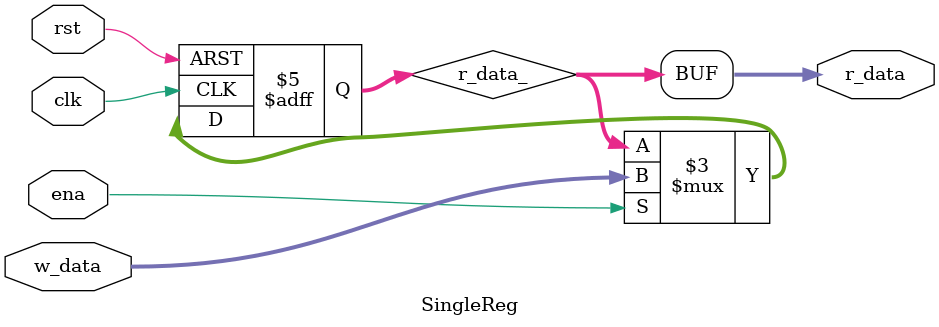
<source format=v>
`timescale 1ns / 1ps

module SingleReg(
    input clk,
    input rst,
    input ena,
    input [31:0] w_data,
    output [31:0] r_data
    );

    reg [31:0] r_data_;

    assign r_data = r_data_;

    always @(negedge clk or posedge rst)
    begin
        if(rst)
            r_data_ = 31'h0000_0000;
        else if(ena)
        begin
            r_data_ = w_data;
        end
    end


endmodule

</source>
